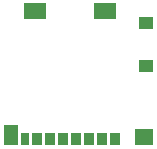
<source format=gtp>
G04 #@! TF.GenerationSoftware,KiCad,Pcbnew,(5.1.10)-1*
G04 #@! TF.CreationDate,2021-12-01T19:10:52-06:00*
G04 #@! TF.ProjectId,68k8,36386b38-2e6b-4696-9361-645f70636258,rev?*
G04 #@! TF.SameCoordinates,Original*
G04 #@! TF.FileFunction,Paste,Top*
G04 #@! TF.FilePolarity,Positive*
%FSLAX46Y46*%
G04 Gerber Fmt 4.6, Leading zero omitted, Abs format (unit mm)*
G04 Created by KiCad (PCBNEW (5.1.10)-1) date 2021-12-01 19:10:52*
%MOMM*%
%LPD*%
G01*
G04 APERTURE LIST*
%ADD10R,0.850000X1.100000*%
%ADD11R,0.750000X1.100000*%
%ADD12R,1.170000X1.800000*%
%ADD13R,1.550000X1.350000*%
%ADD14R,1.200000X1.000000*%
%ADD15R,1.900000X1.350000*%
G04 APERTURE END LIST*
D10*
X164395000Y-122585000D03*
D11*
X156745000Y-122585000D03*
D10*
X163295000Y-122585000D03*
X162195000Y-122585000D03*
X161095000Y-122585000D03*
X159995000Y-122585000D03*
X158895000Y-122585000D03*
X157795000Y-122585000D03*
D12*
X155535000Y-122235000D03*
D13*
X166855000Y-122460000D03*
D14*
X167030000Y-112735000D03*
X167030000Y-116435000D03*
D15*
X163530000Y-111760000D03*
X157560000Y-111760000D03*
M02*

</source>
